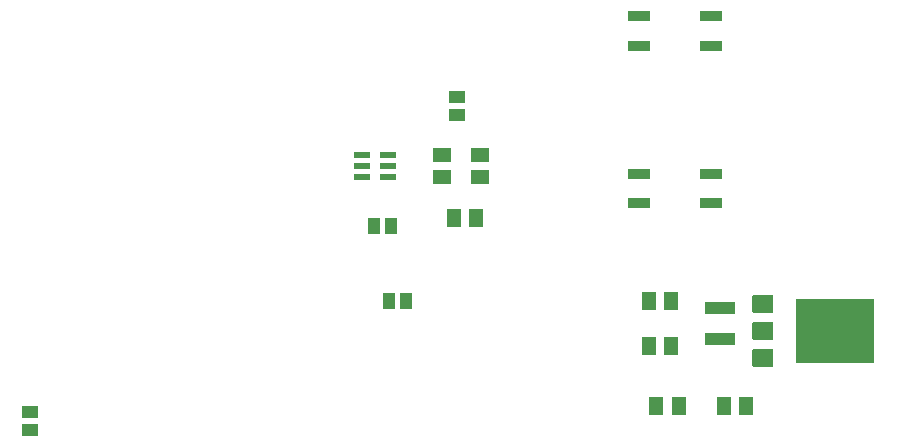
<source format=gtp>
G04*
G04 #@! TF.GenerationSoftware,Altium Limited,Altium Designer,19.1.8 (144)*
G04*
G04 Layer_Color=8421504*
%FSLAX44Y44*%
%MOMM*%
G71*
G01*
G75*
%ADD16R,1.8500X0.9500*%
%ADD17R,2.6000X1.1000*%
%ADD18R,1.1000X1.4000*%
%ADD19R,1.3000X1.5000*%
%ADD20R,1.4500X0.5500*%
%ADD21R,1.4500X0.5500*%
G04:AMPARAMS|DCode=22|XSize=1.524mm|YSize=1.778mm|CornerRadius=0.0838mm|HoleSize=0mm|Usage=FLASHONLY|Rotation=90.000|XOffset=0mm|YOffset=0mm|HoleType=Round|Shape=RoundedRectangle|*
%AMROUNDEDRECTD22*
21,1,1.5240,1.6104,0,0,90.0*
21,1,1.3564,1.7780,0,0,90.0*
1,1,0.1676,0.8052,0.6782*
1,1,0.1676,0.8052,-0.6782*
1,1,0.1676,-0.8052,-0.6782*
1,1,0.1676,-0.8052,0.6782*
%
%ADD22ROUNDEDRECTD22*%
G04:AMPARAMS|DCode=23|XSize=5.45mm|YSize=6.6mm|CornerRadius=0.0545mm|HoleSize=0mm|Usage=FLASHONLY|Rotation=90.000|XOffset=0mm|YOffset=0mm|HoleType=Round|Shape=RoundedRectangle|*
%AMROUNDEDRECTD23*
21,1,5.4500,6.4910,0,0,90.0*
21,1,5.3410,6.6000,0,0,90.0*
1,1,0.1090,3.2455,2.6705*
1,1,0.1090,3.2455,-2.6705*
1,1,0.1090,-3.2455,-2.6705*
1,1,0.1090,-3.2455,2.6705*
%
%ADD23ROUNDEDRECTD23*%
%ADD24R,1.4000X1.1000*%
%ADD25R,1.5000X1.3000*%
D16*
X534900Y482400D02*
D03*
Y457400D02*
D03*
X595400D02*
D03*
Y482400D02*
D03*
X534900Y349050D02*
D03*
Y324050D02*
D03*
X595400D02*
D03*
Y349050D02*
D03*
D17*
X603250Y208750D02*
D03*
Y235750D02*
D03*
D18*
X337700Y241300D02*
D03*
X322700D02*
D03*
X325000Y304800D02*
D03*
X310000D02*
D03*
D19*
X542950Y203200D02*
D03*
X561950D02*
D03*
X568300Y152400D02*
D03*
X549300D02*
D03*
X396850Y311150D02*
D03*
X377850D02*
D03*
X561950Y241300D02*
D03*
X542950D02*
D03*
X625450Y152400D02*
D03*
X606450D02*
D03*
D20*
X300400Y365100D02*
D03*
D21*
X300400Y355600D02*
D03*
Y346100D02*
D03*
X321900D02*
D03*
Y355600D02*
D03*
Y365100D02*
D03*
D22*
X640080Y238760D02*
D03*
Y193160D02*
D03*
X639974Y215960D02*
D03*
D23*
X701080D02*
D03*
D24*
X381000Y398900D02*
D03*
Y413900D02*
D03*
X19050Y147200D02*
D03*
Y132200D02*
D03*
D25*
X368300Y365100D02*
D03*
Y346100D02*
D03*
X400050D02*
D03*
Y365100D02*
D03*
M02*

</source>
